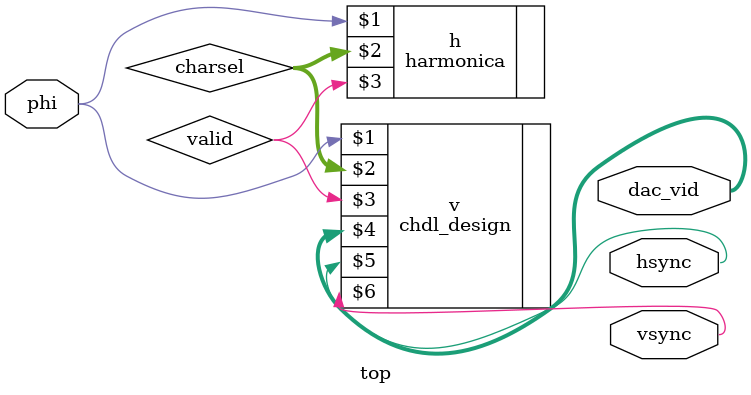
<source format=v>
module top(phi, dac_vid, hsync, vsync);
  input phi;
  output [11:0] dac_vid;
  output hsync, vsync;
  
  wire valid;
  wire [6:0] charsel;
  
  harmonica   h(phi, charsel, valid);
  chdl_design v(phi, charsel, valid, dac_vid, hsync, vsync);
endmodule

</source>
